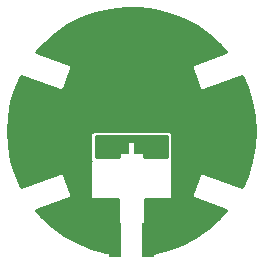
<source format=gbr>
G04 #@! TF.GenerationSoftware,KiCad,Pcbnew,(5.1.5)-3*
G04 #@! TF.CreationDate,2021-03-06T07:38:18-05:00*
G04 #@! TF.ProjectId,Connector,436f6e6e-6563-4746-9f72-2e6b69636164,rev?*
G04 #@! TF.SameCoordinates,Original*
G04 #@! TF.FileFunction,Copper,L1,Top*
G04 #@! TF.FilePolarity,Positive*
%FSLAX46Y46*%
G04 Gerber Fmt 4.6, Leading zero omitted, Abs format (unit mm)*
G04 Created by KiCad (PCBNEW (5.1.5)-3) date 2021-03-06 07:38:18*
%MOMM*%
%LPD*%
G04 APERTURE LIST*
%ADD10C,0.800000*%
%ADD11R,3.000000X1.000000*%
%ADD12R,1.000000X3.000000*%
%ADD13C,0.254000*%
G04 APERTURE END LIST*
D10*
X153500000Y-93800000D03*
D11*
X152500000Y-93800000D03*
D12*
X152300000Y-101600000D03*
D10*
X152300000Y-100600000D03*
D12*
X149500000Y-101600000D03*
D10*
X149500000Y-100600000D03*
D11*
X149200000Y-93800000D03*
D10*
X148200000Y-93800000D03*
X150800000Y-84400000D03*
D13*
G36*
X153873000Y-94573000D02*
G01*
X151912000Y-94573000D01*
X151912000Y-93397462D01*
X151912735Y-93390000D01*
X151909800Y-93360203D01*
X151901109Y-93331551D01*
X151886995Y-93305145D01*
X151868000Y-93282000D01*
X151844855Y-93263005D01*
X151818449Y-93248891D01*
X151789797Y-93240200D01*
X151767462Y-93238000D01*
X151760000Y-93237265D01*
X151752538Y-93238000D01*
X149967462Y-93238000D01*
X149960000Y-93237265D01*
X149952538Y-93238000D01*
X149930203Y-93240200D01*
X149901551Y-93248891D01*
X149875145Y-93263005D01*
X149852000Y-93282000D01*
X149833005Y-93305145D01*
X149818891Y-93331551D01*
X149810200Y-93360203D01*
X149807265Y-93390000D01*
X149808000Y-93397462D01*
X149808000Y-94573000D01*
X147827000Y-94573000D01*
X147827000Y-92827000D01*
X153873000Y-92827000D01*
X153873000Y-94573000D01*
G37*
X153873000Y-94573000D02*
X151912000Y-94573000D01*
X151912000Y-93397462D01*
X151912735Y-93390000D01*
X151909800Y-93360203D01*
X151901109Y-93331551D01*
X151886995Y-93305145D01*
X151868000Y-93282000D01*
X151844855Y-93263005D01*
X151818449Y-93248891D01*
X151789797Y-93240200D01*
X151767462Y-93238000D01*
X151760000Y-93237265D01*
X151752538Y-93238000D01*
X149967462Y-93238000D01*
X149960000Y-93237265D01*
X149952538Y-93238000D01*
X149930203Y-93240200D01*
X149901551Y-93248891D01*
X149875145Y-93263005D01*
X149852000Y-93282000D01*
X149833005Y-93305145D01*
X149818891Y-93331551D01*
X149810200Y-93360203D01*
X149807265Y-93390000D01*
X149808000Y-93397462D01*
X149808000Y-94573000D01*
X147827000Y-94573000D01*
X147827000Y-92827000D01*
X153873000Y-92827000D01*
X153873000Y-94573000D01*
G36*
X151559407Y-81949561D02*
G01*
X152826556Y-82112617D01*
X154064402Y-82428888D01*
X155254472Y-82893656D01*
X156379022Y-83499987D01*
X157421307Y-84238854D01*
X158366319Y-85099729D01*
X158893076Y-85705694D01*
X156130165Y-86711249D01*
X156118119Y-86714336D01*
X156106911Y-86719712D01*
X156106906Y-86719714D01*
X156073361Y-86735804D01*
X156033652Y-86765589D01*
X156000516Y-86802551D01*
X155975228Y-86845266D01*
X155958759Y-86892094D01*
X155951742Y-86941235D01*
X155954448Y-86990799D01*
X155966771Y-87038886D01*
X155972150Y-87050100D01*
X156579289Y-88718305D01*
X156582374Y-88730345D01*
X156587749Y-88741550D01*
X156587751Y-88741557D01*
X156603841Y-88775103D01*
X156633626Y-88814812D01*
X156670588Y-88847948D01*
X156713303Y-88873236D01*
X156760131Y-88889705D01*
X156767148Y-88890707D01*
X156809273Y-88896722D01*
X156858838Y-88894016D01*
X156878202Y-88889053D01*
X156906924Y-88881693D01*
X156918138Y-88876314D01*
X160193630Y-87684207D01*
X160632266Y-88649044D01*
X161015332Y-89867866D01*
X161247007Y-91124287D01*
X161323834Y-92399581D01*
X161244671Y-93674732D01*
X161010696Y-94930729D01*
X160625362Y-96148959D01*
X160193817Y-97095894D01*
X156918130Y-95903690D01*
X156906919Y-95898313D01*
X156894875Y-95895227D01*
X156894873Y-95895226D01*
X156858833Y-95885990D01*
X156809269Y-95883284D01*
X156767144Y-95889299D01*
X156760127Y-95890301D01*
X156746126Y-95895225D01*
X156713299Y-95906769D01*
X156695871Y-95917087D01*
X156670583Y-95932057D01*
X156633622Y-95965193D01*
X156603835Y-96004902D01*
X156587745Y-96038447D01*
X156587741Y-96038458D01*
X156582368Y-96049660D01*
X156579284Y-96061695D01*
X155972132Y-97729902D01*
X155966754Y-97741115D01*
X155963668Y-97753158D01*
X155963667Y-97753161D01*
X155954431Y-97789201D01*
X155951725Y-97838765D01*
X155958742Y-97887906D01*
X155975210Y-97934735D01*
X156000498Y-97977450D01*
X156033633Y-98014411D01*
X156073343Y-98044198D01*
X156118101Y-98065666D01*
X156130154Y-98068755D01*
X158890905Y-99073546D01*
X158280628Y-99767412D01*
X157326239Y-100616766D01*
X156275448Y-101343482D01*
X155143929Y-101936720D01*
X153948537Y-102387643D01*
X152705343Y-102689950D01*
X152012000Y-102781137D01*
X152012000Y-98127000D01*
X154200000Y-98127000D01*
X154224776Y-98124560D01*
X154248601Y-98117333D01*
X154270557Y-98105597D01*
X154289803Y-98089803D01*
X154305597Y-98070557D01*
X154317333Y-98048601D01*
X154324560Y-98024776D01*
X154327000Y-98000000D01*
X154327000Y-95000000D01*
X154324560Y-94975224D01*
X154317333Y-94951399D01*
X154305597Y-94929443D01*
X154289803Y-94910197D01*
X154270557Y-94894403D01*
X154264221Y-94891016D01*
X154271891Y-94881671D01*
X154302109Y-94825137D01*
X154320717Y-94763795D01*
X154327000Y-94700000D01*
X154327000Y-94316061D01*
X154328582Y-94300000D01*
X154328582Y-93300000D01*
X154327000Y-93283939D01*
X154327000Y-92700000D01*
X154320717Y-92636205D01*
X154302109Y-92574863D01*
X154271891Y-92518329D01*
X154231224Y-92468776D01*
X154181671Y-92428109D01*
X154125137Y-92397891D01*
X154063795Y-92379283D01*
X154000000Y-92373000D01*
X147700000Y-92373000D01*
X147636205Y-92379283D01*
X147574863Y-92397891D01*
X147518329Y-92428109D01*
X147468776Y-92468776D01*
X147428109Y-92518329D01*
X147397891Y-92574863D01*
X147379283Y-92636205D01*
X147373000Y-92700000D01*
X147373000Y-93283939D01*
X147371418Y-93300000D01*
X147371418Y-94300000D01*
X147373000Y-94316061D01*
X147373000Y-94700000D01*
X147379283Y-94763795D01*
X147397891Y-94825137D01*
X147428109Y-94881671D01*
X147435779Y-94891016D01*
X147429443Y-94894403D01*
X147410197Y-94910197D01*
X147394403Y-94929443D01*
X147382667Y-94951399D01*
X147375440Y-94975224D01*
X147373000Y-95000000D01*
X147373000Y-98000000D01*
X147375440Y-98024776D01*
X147382667Y-98048601D01*
X147394403Y-98070557D01*
X147410197Y-98089803D01*
X147429443Y-98105597D01*
X147451399Y-98117333D01*
X147475224Y-98124560D01*
X147500000Y-98127000D01*
X149708000Y-98127000D01*
X149708001Y-102776931D01*
X148717039Y-102632054D01*
X147484816Y-102294548D01*
X146302920Y-101809393D01*
X145188941Y-101183807D01*
X144159521Y-100427135D01*
X143228665Y-99549398D01*
X142823789Y-99075476D01*
X145589872Y-98068745D01*
X145601897Y-98065663D01*
X145613090Y-98060294D01*
X145613110Y-98060287D01*
X145646655Y-98044197D01*
X145686365Y-98014410D01*
X145719500Y-97977449D01*
X145744787Y-97934734D01*
X145761256Y-97887905D01*
X145762258Y-97880888D01*
X145768273Y-97838763D01*
X145765567Y-97789198D01*
X145756331Y-97753158D01*
X145756327Y-97753147D01*
X145753243Y-97741113D01*
X145747870Y-97729912D01*
X145140719Y-96061712D01*
X145137630Y-96049659D01*
X145116162Y-96004901D01*
X145086375Y-95965191D01*
X145049414Y-95932056D01*
X145006699Y-95906768D01*
X144959870Y-95890300D01*
X144910729Y-95883283D01*
X144861164Y-95885989D01*
X144825124Y-95895225D01*
X144825122Y-95895226D01*
X144813079Y-95898312D01*
X144801869Y-95903689D01*
X141526383Y-97095821D01*
X141087745Y-96130985D01*
X140704673Y-94912160D01*
X140472996Y-93655743D01*
X140396164Y-92380450D01*
X140475324Y-91105298D01*
X140709296Y-89849299D01*
X141094628Y-88631063D01*
X141526169Y-87684130D01*
X144801866Y-88876314D01*
X144813077Y-88881691D01*
X144825123Y-88884778D01*
X144861163Y-88894014D01*
X144910728Y-88896720D01*
X144959869Y-88889703D01*
X145006697Y-88873234D01*
X145049413Y-88847946D01*
X145086374Y-88814811D01*
X145116160Y-88775101D01*
X145131916Y-88742251D01*
X145132249Y-88741556D01*
X145137627Y-88730343D01*
X145140714Y-88718297D01*
X145747853Y-87050096D01*
X145753230Y-87038885D01*
X145765553Y-86990799D01*
X145768258Y-86941233D01*
X145761242Y-86892092D01*
X145744773Y-86845264D01*
X145719485Y-86802549D01*
X145686349Y-86765587D01*
X145646640Y-86735802D01*
X145613095Y-86719712D01*
X145613084Y-86719708D01*
X145601882Y-86714335D01*
X145589846Y-86711250D01*
X142829076Y-85706475D01*
X143439352Y-85012609D01*
X144393742Y-84163249D01*
X145444521Y-83436536D01*
X146576048Y-82843289D01*
X147771430Y-82392366D01*
X149012853Y-82090486D01*
X150281822Y-81942146D01*
X151559407Y-81949561D01*
G37*
X151559407Y-81949561D02*
X152826556Y-82112617D01*
X154064402Y-82428888D01*
X155254472Y-82893656D01*
X156379022Y-83499987D01*
X157421307Y-84238854D01*
X158366319Y-85099729D01*
X158893076Y-85705694D01*
X156130165Y-86711249D01*
X156118119Y-86714336D01*
X156106911Y-86719712D01*
X156106906Y-86719714D01*
X156073361Y-86735804D01*
X156033652Y-86765589D01*
X156000516Y-86802551D01*
X155975228Y-86845266D01*
X155958759Y-86892094D01*
X155951742Y-86941235D01*
X155954448Y-86990799D01*
X155966771Y-87038886D01*
X155972150Y-87050100D01*
X156579289Y-88718305D01*
X156582374Y-88730345D01*
X156587749Y-88741550D01*
X156587751Y-88741557D01*
X156603841Y-88775103D01*
X156633626Y-88814812D01*
X156670588Y-88847948D01*
X156713303Y-88873236D01*
X156760131Y-88889705D01*
X156767148Y-88890707D01*
X156809273Y-88896722D01*
X156858838Y-88894016D01*
X156878202Y-88889053D01*
X156906924Y-88881693D01*
X156918138Y-88876314D01*
X160193630Y-87684207D01*
X160632266Y-88649044D01*
X161015332Y-89867866D01*
X161247007Y-91124287D01*
X161323834Y-92399581D01*
X161244671Y-93674732D01*
X161010696Y-94930729D01*
X160625362Y-96148959D01*
X160193817Y-97095894D01*
X156918130Y-95903690D01*
X156906919Y-95898313D01*
X156894875Y-95895227D01*
X156894873Y-95895226D01*
X156858833Y-95885990D01*
X156809269Y-95883284D01*
X156767144Y-95889299D01*
X156760127Y-95890301D01*
X156746126Y-95895225D01*
X156713299Y-95906769D01*
X156695871Y-95917087D01*
X156670583Y-95932057D01*
X156633622Y-95965193D01*
X156603835Y-96004902D01*
X156587745Y-96038447D01*
X156587741Y-96038458D01*
X156582368Y-96049660D01*
X156579284Y-96061695D01*
X155972132Y-97729902D01*
X155966754Y-97741115D01*
X155963668Y-97753158D01*
X155963667Y-97753161D01*
X155954431Y-97789201D01*
X155951725Y-97838765D01*
X155958742Y-97887906D01*
X155975210Y-97934735D01*
X156000498Y-97977450D01*
X156033633Y-98014411D01*
X156073343Y-98044198D01*
X156118101Y-98065666D01*
X156130154Y-98068755D01*
X158890905Y-99073546D01*
X158280628Y-99767412D01*
X157326239Y-100616766D01*
X156275448Y-101343482D01*
X155143929Y-101936720D01*
X153948537Y-102387643D01*
X152705343Y-102689950D01*
X152012000Y-102781137D01*
X152012000Y-98127000D01*
X154200000Y-98127000D01*
X154224776Y-98124560D01*
X154248601Y-98117333D01*
X154270557Y-98105597D01*
X154289803Y-98089803D01*
X154305597Y-98070557D01*
X154317333Y-98048601D01*
X154324560Y-98024776D01*
X154327000Y-98000000D01*
X154327000Y-95000000D01*
X154324560Y-94975224D01*
X154317333Y-94951399D01*
X154305597Y-94929443D01*
X154289803Y-94910197D01*
X154270557Y-94894403D01*
X154264221Y-94891016D01*
X154271891Y-94881671D01*
X154302109Y-94825137D01*
X154320717Y-94763795D01*
X154327000Y-94700000D01*
X154327000Y-94316061D01*
X154328582Y-94300000D01*
X154328582Y-93300000D01*
X154327000Y-93283939D01*
X154327000Y-92700000D01*
X154320717Y-92636205D01*
X154302109Y-92574863D01*
X154271891Y-92518329D01*
X154231224Y-92468776D01*
X154181671Y-92428109D01*
X154125137Y-92397891D01*
X154063795Y-92379283D01*
X154000000Y-92373000D01*
X147700000Y-92373000D01*
X147636205Y-92379283D01*
X147574863Y-92397891D01*
X147518329Y-92428109D01*
X147468776Y-92468776D01*
X147428109Y-92518329D01*
X147397891Y-92574863D01*
X147379283Y-92636205D01*
X147373000Y-92700000D01*
X147373000Y-93283939D01*
X147371418Y-93300000D01*
X147371418Y-94300000D01*
X147373000Y-94316061D01*
X147373000Y-94700000D01*
X147379283Y-94763795D01*
X147397891Y-94825137D01*
X147428109Y-94881671D01*
X147435779Y-94891016D01*
X147429443Y-94894403D01*
X147410197Y-94910197D01*
X147394403Y-94929443D01*
X147382667Y-94951399D01*
X147375440Y-94975224D01*
X147373000Y-95000000D01*
X147373000Y-98000000D01*
X147375440Y-98024776D01*
X147382667Y-98048601D01*
X147394403Y-98070557D01*
X147410197Y-98089803D01*
X147429443Y-98105597D01*
X147451399Y-98117333D01*
X147475224Y-98124560D01*
X147500000Y-98127000D01*
X149708000Y-98127000D01*
X149708001Y-102776931D01*
X148717039Y-102632054D01*
X147484816Y-102294548D01*
X146302920Y-101809393D01*
X145188941Y-101183807D01*
X144159521Y-100427135D01*
X143228665Y-99549398D01*
X142823789Y-99075476D01*
X145589872Y-98068745D01*
X145601897Y-98065663D01*
X145613090Y-98060294D01*
X145613110Y-98060287D01*
X145646655Y-98044197D01*
X145686365Y-98014410D01*
X145719500Y-97977449D01*
X145744787Y-97934734D01*
X145761256Y-97887905D01*
X145762258Y-97880888D01*
X145768273Y-97838763D01*
X145765567Y-97789198D01*
X145756331Y-97753158D01*
X145756327Y-97753147D01*
X145753243Y-97741113D01*
X145747870Y-97729912D01*
X145140719Y-96061712D01*
X145137630Y-96049659D01*
X145116162Y-96004901D01*
X145086375Y-95965191D01*
X145049414Y-95932056D01*
X145006699Y-95906768D01*
X144959870Y-95890300D01*
X144910729Y-95883283D01*
X144861164Y-95885989D01*
X144825124Y-95895225D01*
X144825122Y-95895226D01*
X144813079Y-95898312D01*
X144801869Y-95903689D01*
X141526383Y-97095821D01*
X141087745Y-96130985D01*
X140704673Y-94912160D01*
X140472996Y-93655743D01*
X140396164Y-92380450D01*
X140475324Y-91105298D01*
X140709296Y-89849299D01*
X141094628Y-88631063D01*
X141526169Y-87684130D01*
X144801866Y-88876314D01*
X144813077Y-88881691D01*
X144825123Y-88884778D01*
X144861163Y-88894014D01*
X144910728Y-88896720D01*
X144959869Y-88889703D01*
X145006697Y-88873234D01*
X145049413Y-88847946D01*
X145086374Y-88814811D01*
X145116160Y-88775101D01*
X145131916Y-88742251D01*
X145132249Y-88741556D01*
X145137627Y-88730343D01*
X145140714Y-88718297D01*
X145747853Y-87050096D01*
X145753230Y-87038885D01*
X145765553Y-86990799D01*
X145768258Y-86941233D01*
X145761242Y-86892092D01*
X145744773Y-86845264D01*
X145719485Y-86802549D01*
X145686349Y-86765587D01*
X145646640Y-86735802D01*
X145613095Y-86719712D01*
X145613084Y-86719708D01*
X145601882Y-86714335D01*
X145589846Y-86711250D01*
X142829076Y-85706475D01*
X143439352Y-85012609D01*
X144393742Y-84163249D01*
X145444521Y-83436536D01*
X146576048Y-82843289D01*
X147771430Y-82392366D01*
X149012853Y-82090486D01*
X150281822Y-81942146D01*
X151559407Y-81949561D01*
M02*

</source>
